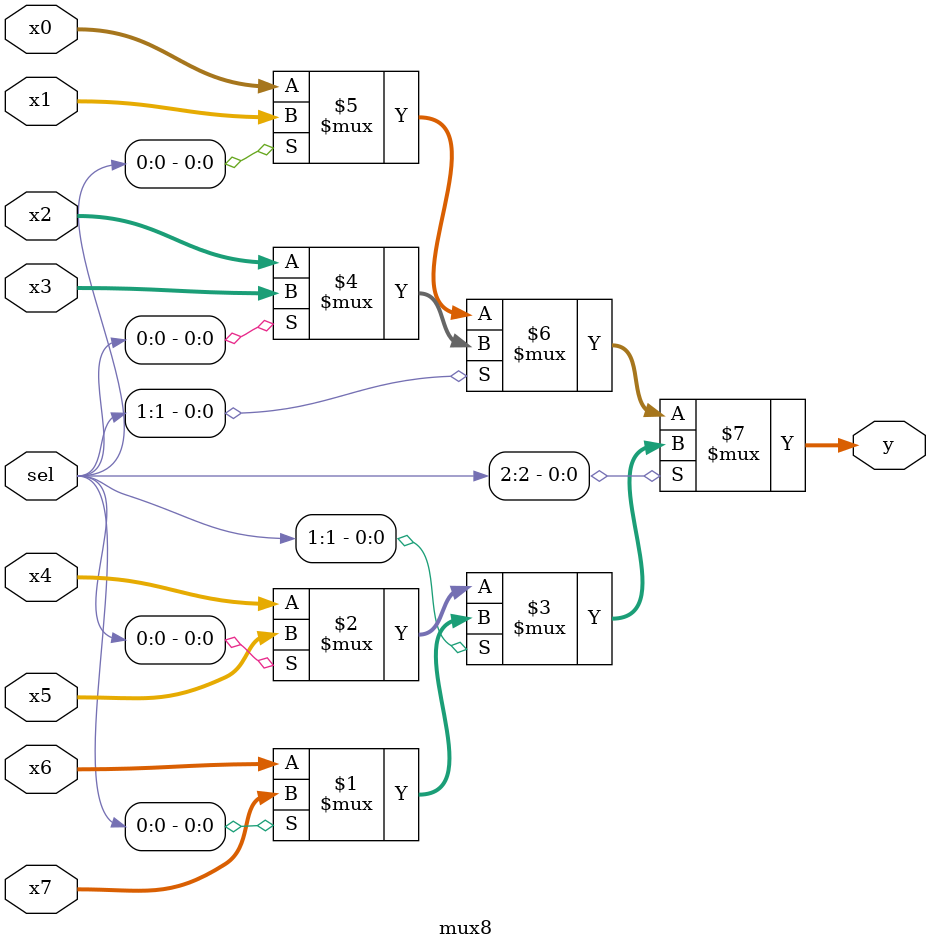
<source format=v>
module mux8 #(parameter WIDTH=32) (
    input wire [WIDTH-1:0] x7, x6, x5, x4, x3, x2, x1, x0,
    input wire [2:0] sel,

    output wire [WIDTH-1:0] y
);
    assign y = sel[2] ? (sel[1] ? (sel[0] ? x7 : x6):
                                  (sel[0] ? x5 : x4)) :
                        (sel[1] ? (sel[0] ? x3 : x2) :
                                  (sel[0] ? x1 : x0))
                ;

endmodule
</source>
